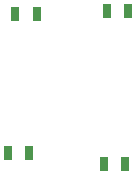
<source format=gbp>
G75*
%MOIN*%
%OFA0B0*%
%FSLAX25Y25*%
%IPPOS*%
%LPD*%
%AMOC8*
5,1,8,0,0,1.08239X$1,22.5*
%
%ADD10R,0.03150X0.04724*%
D10*
X0020257Y0026513D03*
X0027343Y0026513D03*
X0029843Y0073013D03*
X0022757Y0073013D03*
X0052257Y0023013D03*
X0059343Y0023013D03*
X0060343Y0074013D03*
X0053257Y0074013D03*
M02*

</source>
